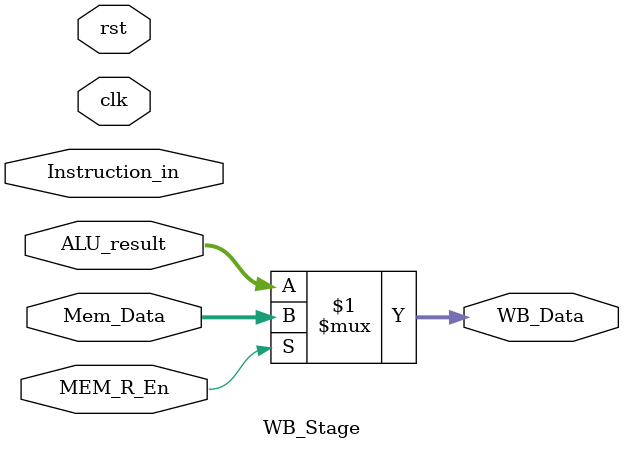
<source format=v>
module WB_Stage
	(
		clk,
		rst,
		Instruction_in,
		MEM_R_En,
		ALU_result,
		Mem_Data,
		WB_Data
	);
	
	// input and output ports
	input			clk;
	input			rst;
	input	[31:0]	Instruction_in;
	input			MEM_R_En;
	input	[31:0]	ALU_result;
	input	[31:0]	Mem_Data;
	output	[31:0]	WB_Data;
	
	// build module
	assign WB_Data = (MEM_R_En) ? Mem_Data : ALU_result;
endmodule

</source>
